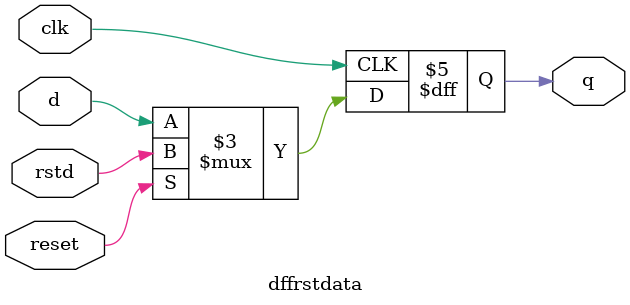
<source format=v>
module top_module(
    input clk,
    input reset,    // Active-high synchronous reset to 5'h1
    output [4:0] q
); 
    wire q3x, q0x;
    reg [4:0] rstdata = 5'h1;
    dffrstdata dffrd0 ( clk, reset, rstdata[0], q[1], q[0] );
    dffrstdata dffrd1 ( clk, reset, rstdata[1], q[2], q[1] );
    xor ( q3x, q[0], q[3] );
    dffrstdata dffrd2 ( clk, reset, rstdata[2], q3x, q[2] );
    dffrstdata dffrd3 ( clk, reset, rstdata[3], q[4], q[3] );
    xor ( q0x, q[0], 1'b0 );
    dffrstdata dffrd4 ( clk, reset, rstdata[4], q0x, q[4] );
    
endmodule

//Sync reset D-FF with reset data in
module dffrstdata (
    input clk,
    input reset,            // Synchronous reset
    input rstd,
    input d,
    output q
);
    always @(posedge clk)begin
        if (reset)
        	q <= rstd;
        else
            q <= d;
    end
endmodule
</source>
